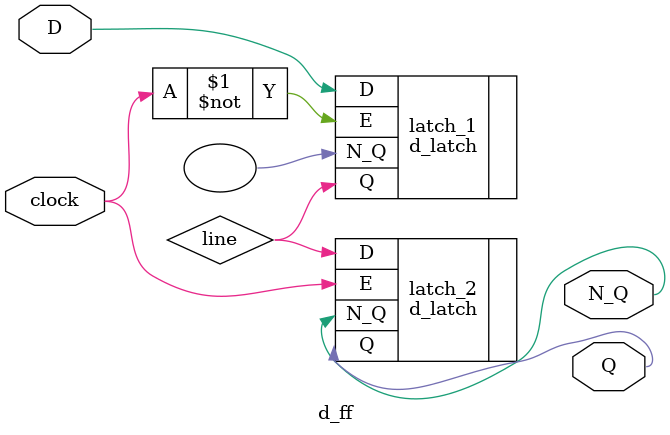
<source format=v>
module d_ff(D, clock, Q, N_Q);

input D;
input clock;
output Q;
output N_Q;

wire line;

d_latch latch_1(.D(D),    .E(~clock), .Q(line), .N_Q());
d_latch latch_2(.D(line), .E(clock),  .Q(Q),    .N_Q(N_Q));
    
endmodule

</source>
